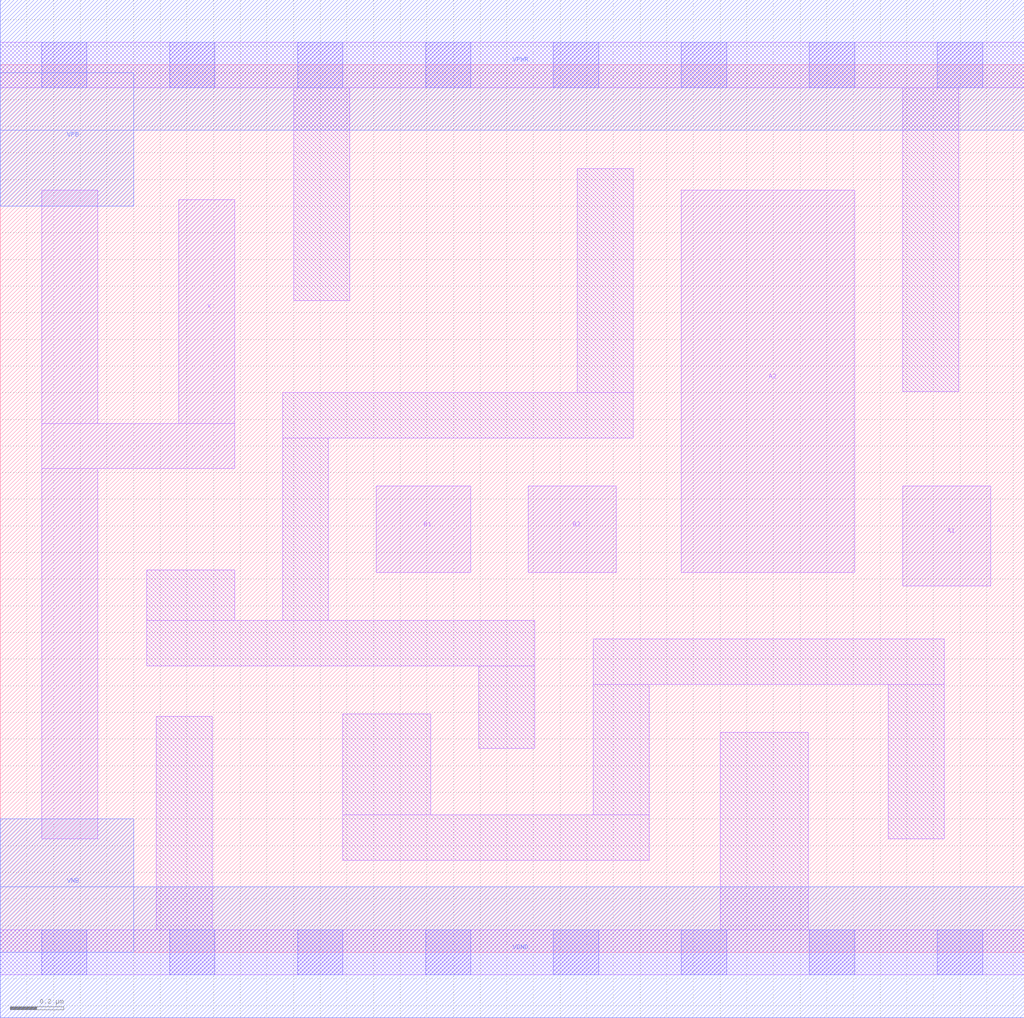
<source format=lef>
# Copyright 2020 The SkyWater PDK Authors
#
# Licensed under the Apache License, Version 2.0 (the "License");
# you may not use this file except in compliance with the License.
# You may obtain a copy of the License at
#
#     https://www.apache.org/licenses/LICENSE-2.0
#
# Unless required by applicable law or agreed to in writing, software
# distributed under the License is distributed on an "AS IS" BASIS,
# WITHOUT WARRANTIES OR CONDITIONS OF ANY KIND, either express or implied.
# See the License for the specific language governing permissions and
# limitations under the License.
#
# SPDX-License-Identifier: Apache-2.0

VERSION 5.5 ;
NAMESCASESENSITIVE ON ;
BUSBITCHARS "[]" ;
DIVIDERCHAR "/" ;
MACRO sky130_fd_sc_lp__o22a_1
  CLASS CORE ;
  SOURCE USER ;
  ORIGIN  0.000000  0.000000 ;
  SIZE  3.840000 BY  3.330000 ;
  SYMMETRY X Y R90 ;
  SITE unit ;
  PIN A1
    ANTENNAGATEAREA  0.315000 ;
    DIRECTION INPUT ;
    USE SIGNAL ;
    PORT
      LAYER li1 ;
        RECT 3.385000 1.375000 3.715000 1.750000 ;
    END
  END A1
  PIN A2
    ANTENNAGATEAREA  0.315000 ;
    DIRECTION INPUT ;
    USE SIGNAL ;
    PORT
      LAYER li1 ;
        RECT 2.555000 1.425000 3.205000 2.860000 ;
    END
  END A2
  PIN B1
    ANTENNAGATEAREA  0.315000 ;
    DIRECTION INPUT ;
    USE SIGNAL ;
    PORT
      LAYER li1 ;
        RECT 1.410000 1.425000 1.765000 1.750000 ;
    END
  END B1
  PIN B2
    ANTENNAGATEAREA  0.315000 ;
    DIRECTION INPUT ;
    USE SIGNAL ;
    PORT
      LAYER li1 ;
        RECT 1.980000 1.425000 2.310000 1.750000 ;
    END
  END B2
  PIN X
    ANTENNADIFFAREA  0.556500 ;
    DIRECTION OUTPUT ;
    USE SIGNAL ;
    PORT
      LAYER li1 ;
        RECT 0.155000 0.425000 0.365000 1.815000 ;
        RECT 0.155000 1.815000 0.880000 1.985000 ;
        RECT 0.155000 1.985000 0.365000 2.860000 ;
        RECT 0.670000 1.985000 0.880000 2.825000 ;
    END
  END X
  PIN VGND
    DIRECTION INOUT ;
    USE GROUND ;
    PORT
      LAYER met1 ;
        RECT 0.000000 -0.245000 3.840000 0.245000 ;
    END
  END VGND
  PIN VNB
    DIRECTION INOUT ;
    USE GROUND ;
    PORT
      LAYER met1 ;
        RECT 0.000000 0.000000 0.500000 0.500000 ;
    END
  END VNB
  PIN VPB
    DIRECTION INOUT ;
    USE POWER ;
    PORT
      LAYER met1 ;
        RECT 0.000000 2.800000 0.500000 3.300000 ;
    END
  END VPB
  PIN VPWR
    DIRECTION INOUT ;
    USE POWER ;
    PORT
      LAYER met1 ;
        RECT 0.000000 3.085000 3.840000 3.575000 ;
    END
  END VPWR
  OBS
    LAYER li1 ;
      RECT 0.000000 -0.085000 3.840000 0.085000 ;
      RECT 0.000000  3.245000 3.840000 3.415000 ;
      RECT 0.550000  1.075000 2.005000 1.245000 ;
      RECT 0.550000  1.245000 0.880000 1.435000 ;
      RECT 0.585000  0.085000 0.795000 0.885000 ;
      RECT 1.060000  1.245000 1.230000 1.930000 ;
      RECT 1.060000  1.930000 2.375000 2.100000 ;
      RECT 1.100000  2.445000 1.310000 3.245000 ;
      RECT 1.285000  0.345000 2.435000 0.515000 ;
      RECT 1.285000  0.515000 1.615000 0.895000 ;
      RECT 1.795000  0.765000 2.005000 1.075000 ;
      RECT 2.165000  2.100000 2.375000 2.940000 ;
      RECT 2.225000  0.515000 2.435000 1.005000 ;
      RECT 2.225000  1.005000 3.540000 1.175000 ;
      RECT 2.700000  0.085000 3.030000 0.825000 ;
      RECT 3.330000  0.425000 3.540000 1.005000 ;
      RECT 3.385000  2.105000 3.595000 3.245000 ;
    LAYER mcon ;
      RECT 0.155000 -0.085000 0.325000 0.085000 ;
      RECT 0.155000  3.245000 0.325000 3.415000 ;
      RECT 0.635000 -0.085000 0.805000 0.085000 ;
      RECT 0.635000  3.245000 0.805000 3.415000 ;
      RECT 1.115000 -0.085000 1.285000 0.085000 ;
      RECT 1.115000  3.245000 1.285000 3.415000 ;
      RECT 1.595000 -0.085000 1.765000 0.085000 ;
      RECT 1.595000  3.245000 1.765000 3.415000 ;
      RECT 2.075000 -0.085000 2.245000 0.085000 ;
      RECT 2.075000  3.245000 2.245000 3.415000 ;
      RECT 2.555000 -0.085000 2.725000 0.085000 ;
      RECT 2.555000  3.245000 2.725000 3.415000 ;
      RECT 3.035000 -0.085000 3.205000 0.085000 ;
      RECT 3.035000  3.245000 3.205000 3.415000 ;
      RECT 3.515000 -0.085000 3.685000 0.085000 ;
      RECT 3.515000  3.245000 3.685000 3.415000 ;
  END
END sky130_fd_sc_lp__o22a_1

</source>
